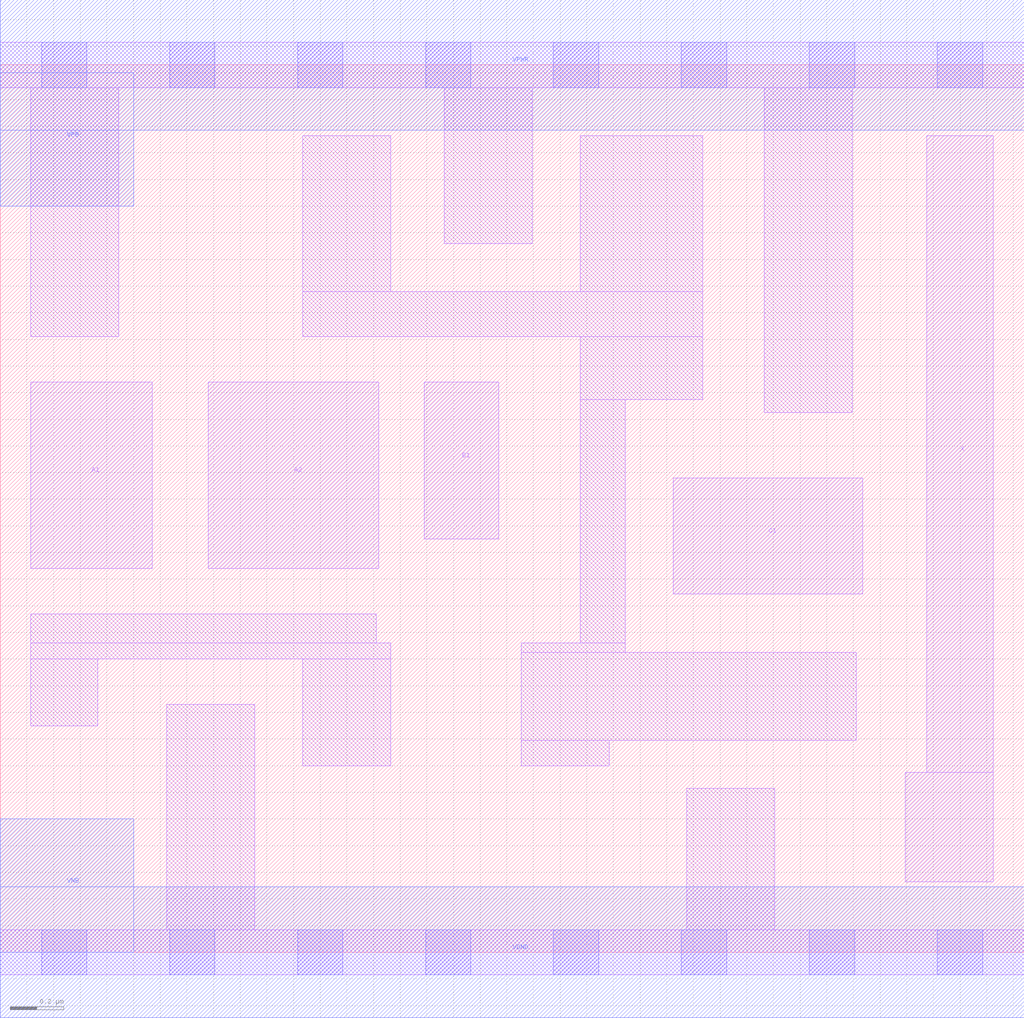
<source format=lef>
# Copyright 2020 The SkyWater PDK Authors
#
# Licensed under the Apache License, Version 2.0 (the "License");
# you may not use this file except in compliance with the License.
# You may obtain a copy of the License at
#
#     https://www.apache.org/licenses/LICENSE-2.0
#
# Unless required by applicable law or agreed to in writing, software
# distributed under the License is distributed on an "AS IS" BASIS,
# WITHOUT WARRANTIES OR CONDITIONS OF ANY KIND, either express or implied.
# See the License for the specific language governing permissions and
# limitations under the License.
#
# SPDX-License-Identifier: Apache-2.0

VERSION 5.5 ;
NAMESCASESENSITIVE ON ;
BUSBITCHARS "[]" ;
DIVIDERCHAR "/" ;
MACRO sky130_fd_sc_lp__o211a_lp
  CLASS CORE ;
  SOURCE USER ;
  ORIGIN  0.000000  0.000000 ;
  SIZE  3.840000 BY  3.330000 ;
  SYMMETRY X Y R90 ;
  SITE unit ;
  PIN A1
    ANTENNAGATEAREA  0.313000 ;
    DIRECTION INPUT ;
    USE SIGNAL ;
    PORT
      LAYER li1 ;
        RECT 0.115000 1.440000 0.570000 2.140000 ;
    END
  END A1
  PIN A2
    ANTENNAGATEAREA  0.313000 ;
    DIRECTION INPUT ;
    USE SIGNAL ;
    PORT
      LAYER li1 ;
        RECT 0.780000 1.440000 1.420000 2.140000 ;
    END
  END A2
  PIN B1
    ANTENNAGATEAREA  0.313000 ;
    DIRECTION INPUT ;
    USE SIGNAL ;
    PORT
      LAYER li1 ;
        RECT 1.590000 1.550000 1.870000 2.140000 ;
    END
  END B1
  PIN C1
    ANTENNAGATEAREA  0.313000 ;
    DIRECTION INPUT ;
    USE SIGNAL ;
    PORT
      LAYER li1 ;
        RECT 2.525000 1.345000 3.235000 1.780000 ;
    END
  END C1
  PIN X
    ANTENNADIFFAREA  0.404700 ;
    DIRECTION OUTPUT ;
    USE SIGNAL ;
    PORT
      LAYER li1 ;
        RECT 3.395000 0.265000 3.725000 0.675000 ;
        RECT 3.475000 0.675000 3.725000 3.065000 ;
    END
  END X
  PIN VGND
    DIRECTION INOUT ;
    USE GROUND ;
    PORT
      LAYER met1 ;
        RECT 0.000000 -0.245000 3.840000 0.245000 ;
    END
  END VGND
  PIN VNB
    DIRECTION INOUT ;
    USE GROUND ;
    PORT
      LAYER met1 ;
        RECT 0.000000 0.000000 0.500000 0.500000 ;
    END
  END VNB
  PIN VPB
    DIRECTION INOUT ;
    USE POWER ;
    PORT
      LAYER met1 ;
        RECT 0.000000 2.800000 0.500000 3.300000 ;
    END
  END VPB
  PIN VPWR
    DIRECTION INOUT ;
    USE POWER ;
    PORT
      LAYER met1 ;
        RECT 0.000000 3.085000 3.840000 3.575000 ;
    END
  END VPWR
  OBS
    LAYER li1 ;
      RECT 0.000000 -0.085000 3.840000 0.085000 ;
      RECT 0.000000  3.245000 3.840000 3.415000 ;
      RECT 0.115000  0.850000 0.365000 1.100000 ;
      RECT 0.115000  1.100000 1.465000 1.160000 ;
      RECT 0.115000  1.160000 1.410000 1.270000 ;
      RECT 0.115000  2.310000 0.445000 3.245000 ;
      RECT 0.625000  0.085000 0.955000 0.930000 ;
      RECT 1.135000  0.700000 1.465000 1.100000 ;
      RECT 1.135000  2.310000 2.635000 2.480000 ;
      RECT 1.135000  2.480000 1.465000 3.065000 ;
      RECT 1.665000  2.660000 1.995000 3.245000 ;
      RECT 1.955000  0.700000 2.285000 0.795000 ;
      RECT 1.955000  0.795000 3.210000 1.125000 ;
      RECT 1.955000  1.125000 2.345000 1.160000 ;
      RECT 2.175000  1.160000 2.345000 2.075000 ;
      RECT 2.175000  2.075000 2.635000 2.310000 ;
      RECT 2.175000  2.480000 2.635000 3.065000 ;
      RECT 2.575000  0.085000 2.905000 0.615000 ;
      RECT 2.865000  2.025000 3.195000 3.245000 ;
    LAYER mcon ;
      RECT 0.155000 -0.085000 0.325000 0.085000 ;
      RECT 0.155000  3.245000 0.325000 3.415000 ;
      RECT 0.635000 -0.085000 0.805000 0.085000 ;
      RECT 0.635000  3.245000 0.805000 3.415000 ;
      RECT 1.115000 -0.085000 1.285000 0.085000 ;
      RECT 1.115000  3.245000 1.285000 3.415000 ;
      RECT 1.595000 -0.085000 1.765000 0.085000 ;
      RECT 1.595000  3.245000 1.765000 3.415000 ;
      RECT 2.075000 -0.085000 2.245000 0.085000 ;
      RECT 2.075000  3.245000 2.245000 3.415000 ;
      RECT 2.555000 -0.085000 2.725000 0.085000 ;
      RECT 2.555000  3.245000 2.725000 3.415000 ;
      RECT 3.035000 -0.085000 3.205000 0.085000 ;
      RECT 3.035000  3.245000 3.205000 3.415000 ;
      RECT 3.515000 -0.085000 3.685000 0.085000 ;
      RECT 3.515000  3.245000 3.685000 3.415000 ;
  END
END sky130_fd_sc_lp__o211a_lp

</source>
